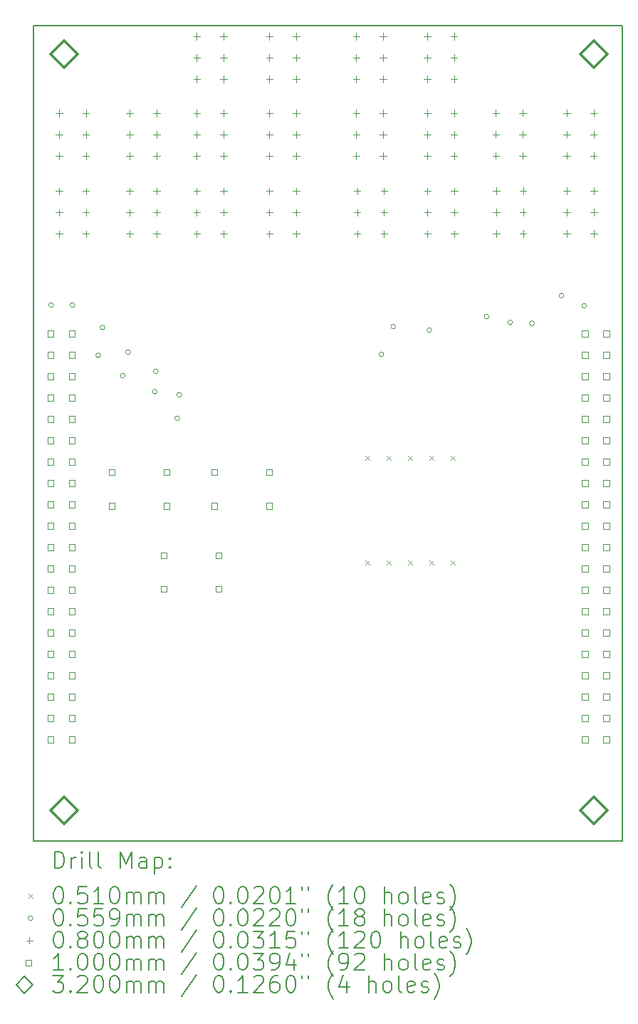
<source format=gbr>
%FSLAX45Y45*%
G04 Gerber Fmt 4.5, Leading zero omitted, Abs format (unit mm)*
G04 Created by KiCad (PCBNEW (6.0.2)) date 2022-03-31 22:04:26*
%MOMM*%
%LPD*%
G01*
G04 APERTURE LIST*
%TA.AperFunction,Profile*%
%ADD10C,0.200000*%
%TD*%
%ADD11C,0.200000*%
%ADD12C,0.051000*%
%ADD13C,0.055880*%
%ADD14C,0.080000*%
%ADD15C,0.100000*%
%ADD16C,0.320000*%
G04 APERTURE END LIST*
D10*
X16965818Y-5298035D02*
X16965818Y-14998294D01*
X9965578Y-14998294D02*
X9965578Y-5298035D01*
X16965818Y-14998294D02*
X9965578Y-14998294D01*
X9965578Y-5298035D02*
X16965818Y-5298035D01*
D11*
D12*
X13906400Y-10411200D02*
X13957400Y-10462200D01*
X13957400Y-10411200D02*
X13906400Y-10462200D01*
X13906400Y-11661200D02*
X13957400Y-11712200D01*
X13957400Y-11661200D02*
X13906400Y-11712200D01*
X14160400Y-10411200D02*
X14211400Y-10462200D01*
X14211400Y-10411200D02*
X14160400Y-10462200D01*
X14160400Y-11661200D02*
X14211400Y-11712200D01*
X14211400Y-11661200D02*
X14160400Y-11712200D01*
X14414400Y-10411200D02*
X14465400Y-10462200D01*
X14465400Y-10411200D02*
X14414400Y-10462200D01*
X14414400Y-11661200D02*
X14465400Y-11712200D01*
X14465400Y-11661200D02*
X14414400Y-11712200D01*
X14668400Y-10411200D02*
X14719400Y-10462200D01*
X14719400Y-10411200D02*
X14668400Y-10462200D01*
X14668400Y-11661200D02*
X14719400Y-11712200D01*
X14719400Y-11661200D02*
X14668400Y-11712200D01*
X14922400Y-10411200D02*
X14973400Y-10462200D01*
X14973400Y-10411200D02*
X14922400Y-10462200D01*
X14922400Y-11661200D02*
X14973400Y-11712200D01*
X14973400Y-11661200D02*
X14922400Y-11712200D01*
D13*
X10200640Y-8623300D02*
G75*
G03*
X10200640Y-8623300I-27940J0D01*
G01*
X10454640Y-8623300D02*
G75*
G03*
X10454640Y-8623300I-27940J0D01*
G01*
X10759440Y-9220200D02*
G75*
G03*
X10759440Y-9220200I-27940J0D01*
G01*
X10810240Y-8890000D02*
G75*
G03*
X10810240Y-8890000I-27940J0D01*
G01*
X11051540Y-9461500D02*
G75*
G03*
X11051540Y-9461500I-27940J0D01*
G01*
X11115040Y-9182100D02*
G75*
G03*
X11115040Y-9182100I-27940J0D01*
G01*
X11432540Y-9652000D02*
G75*
G03*
X11432540Y-9652000I-27940J0D01*
G01*
X11445240Y-9410700D02*
G75*
G03*
X11445240Y-9410700I-27940J0D01*
G01*
X11699240Y-9969500D02*
G75*
G03*
X11699240Y-9969500I-27940J0D01*
G01*
X11724640Y-9690100D02*
G75*
G03*
X11724640Y-9690100I-27940J0D01*
G01*
X14127940Y-9210000D02*
G75*
G03*
X14127940Y-9210000I-27940J0D01*
G01*
X14267940Y-8880000D02*
G75*
G03*
X14267940Y-8880000I-27940J0D01*
G01*
X14697940Y-8920000D02*
G75*
G03*
X14697940Y-8920000I-27940J0D01*
G01*
X15377940Y-8760000D02*
G75*
G03*
X15377940Y-8760000I-27940J0D01*
G01*
X15657940Y-8830000D02*
G75*
G03*
X15657940Y-8830000I-27940J0D01*
G01*
X15917940Y-8840000D02*
G75*
G03*
X15917940Y-8840000I-27940J0D01*
G01*
X16267940Y-8510000D02*
G75*
G03*
X16267940Y-8510000I-27940J0D01*
G01*
X16537940Y-8630000D02*
G75*
G03*
X16537940Y-8630000I-27940J0D01*
G01*
D14*
X10267064Y-6303396D02*
X10267064Y-6383396D01*
X10227064Y-6343396D02*
X10307064Y-6343396D01*
X10267064Y-6557396D02*
X10267064Y-6637396D01*
X10227064Y-6597396D02*
X10307064Y-6597396D01*
X10267064Y-6811396D02*
X10267064Y-6891396D01*
X10227064Y-6851396D02*
X10307064Y-6851396D01*
X10267064Y-7227956D02*
X10267064Y-7307956D01*
X10227064Y-7267956D02*
X10307064Y-7267956D01*
X10267064Y-7481956D02*
X10267064Y-7561956D01*
X10227064Y-7521956D02*
X10307064Y-7521956D01*
X10267064Y-7735956D02*
X10267064Y-7815956D01*
X10227064Y-7775956D02*
X10307064Y-7775956D01*
X10586342Y-6303396D02*
X10586342Y-6383396D01*
X10546342Y-6343396D02*
X10626342Y-6343396D01*
X10586342Y-6557396D02*
X10586342Y-6637396D01*
X10546342Y-6597396D02*
X10626342Y-6597396D01*
X10586342Y-6811396D02*
X10586342Y-6891396D01*
X10546342Y-6851396D02*
X10626342Y-6851396D01*
X10586342Y-7227956D02*
X10586342Y-7307956D01*
X10546342Y-7267956D02*
X10626342Y-7267956D01*
X10586342Y-7481956D02*
X10586342Y-7561956D01*
X10546342Y-7521956D02*
X10626342Y-7521956D01*
X10586342Y-7735956D02*
X10586342Y-7815956D01*
X10546342Y-7775956D02*
X10626342Y-7775956D01*
X11106280Y-6303396D02*
X11106280Y-6383396D01*
X11066280Y-6343396D02*
X11146280Y-6343396D01*
X11106280Y-6557396D02*
X11106280Y-6637396D01*
X11066280Y-6597396D02*
X11146280Y-6597396D01*
X11106280Y-6811396D02*
X11106280Y-6891396D01*
X11066280Y-6851396D02*
X11146280Y-6851396D01*
X11106280Y-7227956D02*
X11106280Y-7307956D01*
X11066280Y-7267956D02*
X11146280Y-7267956D01*
X11106280Y-7481956D02*
X11106280Y-7561956D01*
X11066280Y-7521956D02*
X11146280Y-7521956D01*
X11106280Y-7735956D02*
X11106280Y-7815956D01*
X11066280Y-7775956D02*
X11146280Y-7775956D01*
X11425558Y-6303396D02*
X11425558Y-6383396D01*
X11385558Y-6343396D02*
X11465558Y-6343396D01*
X11425558Y-6557396D02*
X11425558Y-6637396D01*
X11385558Y-6597396D02*
X11465558Y-6597396D01*
X11425558Y-6811396D02*
X11425558Y-6891396D01*
X11385558Y-6851396D02*
X11465558Y-6851396D01*
X11425558Y-7227956D02*
X11425558Y-7307956D01*
X11385558Y-7267956D02*
X11465558Y-7267956D01*
X11425558Y-7481956D02*
X11425558Y-7561956D01*
X11385558Y-7521956D02*
X11465558Y-7521956D01*
X11425558Y-7735956D02*
X11425558Y-7815956D01*
X11385558Y-7775956D02*
X11465558Y-7775956D01*
X11903586Y-5388996D02*
X11903586Y-5468996D01*
X11863586Y-5428996D02*
X11943586Y-5428996D01*
X11903586Y-5642996D02*
X11903586Y-5722996D01*
X11863586Y-5682996D02*
X11943586Y-5682996D01*
X11903586Y-5896996D02*
X11903586Y-5976996D01*
X11863586Y-5936996D02*
X11943586Y-5936996D01*
X11903586Y-6303396D02*
X11903586Y-6383396D01*
X11863586Y-6343396D02*
X11943586Y-6343396D01*
X11903586Y-6557396D02*
X11903586Y-6637396D01*
X11863586Y-6597396D02*
X11943586Y-6597396D01*
X11903586Y-6811396D02*
X11903586Y-6891396D01*
X11863586Y-6851396D02*
X11943586Y-6851396D01*
X11903586Y-7227956D02*
X11903586Y-7307956D01*
X11863586Y-7267956D02*
X11943586Y-7267956D01*
X11903586Y-7481956D02*
X11903586Y-7561956D01*
X11863586Y-7521956D02*
X11943586Y-7521956D01*
X11903586Y-7735956D02*
X11903586Y-7815956D01*
X11863586Y-7775956D02*
X11943586Y-7775956D01*
X12222864Y-5388996D02*
X12222864Y-5468996D01*
X12182864Y-5428996D02*
X12262864Y-5428996D01*
X12222864Y-5642996D02*
X12222864Y-5722996D01*
X12182864Y-5682996D02*
X12262864Y-5682996D01*
X12222864Y-5896996D02*
X12222864Y-5976996D01*
X12182864Y-5936996D02*
X12262864Y-5936996D01*
X12222864Y-6303396D02*
X12222864Y-6383396D01*
X12182864Y-6343396D02*
X12262864Y-6343396D01*
X12222864Y-6557396D02*
X12222864Y-6637396D01*
X12182864Y-6597396D02*
X12262864Y-6597396D01*
X12222864Y-6811396D02*
X12222864Y-6891396D01*
X12182864Y-6851396D02*
X12262864Y-6851396D01*
X12222864Y-7227956D02*
X12222864Y-7307956D01*
X12182864Y-7267956D02*
X12262864Y-7267956D01*
X12222864Y-7481956D02*
X12222864Y-7561956D01*
X12182864Y-7521956D02*
X12262864Y-7521956D01*
X12222864Y-7735956D02*
X12222864Y-7815956D01*
X12182864Y-7775956D02*
X12262864Y-7775956D01*
X12768202Y-5388996D02*
X12768202Y-5468996D01*
X12728202Y-5428996D02*
X12808202Y-5428996D01*
X12768202Y-5642996D02*
X12768202Y-5722996D01*
X12728202Y-5682996D02*
X12808202Y-5682996D01*
X12768202Y-5896996D02*
X12768202Y-5976996D01*
X12728202Y-5936996D02*
X12808202Y-5936996D01*
X12768202Y-6303396D02*
X12768202Y-6383396D01*
X12728202Y-6343396D02*
X12808202Y-6343396D01*
X12768202Y-6557396D02*
X12768202Y-6637396D01*
X12728202Y-6597396D02*
X12808202Y-6597396D01*
X12768202Y-6811396D02*
X12768202Y-6891396D01*
X12728202Y-6851396D02*
X12808202Y-6851396D01*
X12768202Y-7227956D02*
X12768202Y-7307956D01*
X12728202Y-7267956D02*
X12808202Y-7267956D01*
X12768202Y-7481956D02*
X12768202Y-7561956D01*
X12728202Y-7521956D02*
X12808202Y-7521956D01*
X12768202Y-7735956D02*
X12768202Y-7815956D01*
X12728202Y-7775956D02*
X12808202Y-7775956D01*
X13087480Y-5388996D02*
X13087480Y-5468996D01*
X13047480Y-5428996D02*
X13127480Y-5428996D01*
X13087480Y-5642996D02*
X13087480Y-5722996D01*
X13047480Y-5682996D02*
X13127480Y-5682996D01*
X13087480Y-5896996D02*
X13087480Y-5976996D01*
X13047480Y-5936996D02*
X13127480Y-5936996D01*
X13087480Y-6303396D02*
X13087480Y-6383396D01*
X13047480Y-6343396D02*
X13127480Y-6343396D01*
X13087480Y-6557396D02*
X13087480Y-6637396D01*
X13047480Y-6597396D02*
X13127480Y-6597396D01*
X13087480Y-6811396D02*
X13087480Y-6891396D01*
X13047480Y-6851396D02*
X13127480Y-6851396D01*
X13087480Y-7227956D02*
X13087480Y-7307956D01*
X13047480Y-7267956D02*
X13127480Y-7267956D01*
X13087480Y-7481956D02*
X13087480Y-7561956D01*
X13047480Y-7521956D02*
X13127480Y-7521956D01*
X13087480Y-7735956D02*
X13087480Y-7815956D01*
X13047480Y-7775956D02*
X13127480Y-7775956D01*
X13801474Y-5388996D02*
X13801474Y-5468996D01*
X13761474Y-5428996D02*
X13841474Y-5428996D01*
X13801474Y-5642996D02*
X13801474Y-5722996D01*
X13761474Y-5682996D02*
X13841474Y-5682996D01*
X13801474Y-5896996D02*
X13801474Y-5976996D01*
X13761474Y-5936996D02*
X13841474Y-5936996D01*
X13801474Y-6303396D02*
X13801474Y-6383396D01*
X13761474Y-6343396D02*
X13841474Y-6343396D01*
X13801474Y-6557396D02*
X13801474Y-6637396D01*
X13761474Y-6597396D02*
X13841474Y-6597396D01*
X13801474Y-6811396D02*
X13801474Y-6891396D01*
X13761474Y-6851396D02*
X13841474Y-6851396D01*
X13811126Y-7227956D02*
X13811126Y-7307956D01*
X13771126Y-7267956D02*
X13851126Y-7267956D01*
X13811126Y-7481956D02*
X13811126Y-7561956D01*
X13771126Y-7521956D02*
X13851126Y-7521956D01*
X13811126Y-7735956D02*
X13811126Y-7815956D01*
X13771126Y-7775956D02*
X13851126Y-7775956D01*
X14120752Y-5388996D02*
X14120752Y-5468996D01*
X14080752Y-5428996D02*
X14160752Y-5428996D01*
X14120752Y-5642996D02*
X14120752Y-5722996D01*
X14080752Y-5682996D02*
X14160752Y-5682996D01*
X14120752Y-5896996D02*
X14120752Y-5976996D01*
X14080752Y-5936996D02*
X14160752Y-5936996D01*
X14120752Y-6303396D02*
X14120752Y-6383396D01*
X14080752Y-6343396D02*
X14160752Y-6343396D01*
X14120752Y-6557396D02*
X14120752Y-6637396D01*
X14080752Y-6597396D02*
X14160752Y-6597396D01*
X14120752Y-6811396D02*
X14120752Y-6891396D01*
X14080752Y-6851396D02*
X14160752Y-6851396D01*
X14130404Y-7227956D02*
X14130404Y-7307956D01*
X14090404Y-7267956D02*
X14170404Y-7267956D01*
X14130404Y-7481956D02*
X14130404Y-7561956D01*
X14090404Y-7521956D02*
X14170404Y-7521956D01*
X14130404Y-7735956D02*
X14130404Y-7815956D01*
X14090404Y-7775956D02*
X14170404Y-7775956D01*
X14643230Y-5388996D02*
X14643230Y-5468996D01*
X14603230Y-5428996D02*
X14683230Y-5428996D01*
X14643230Y-5642996D02*
X14643230Y-5722996D01*
X14603230Y-5682996D02*
X14683230Y-5682996D01*
X14643230Y-5896996D02*
X14643230Y-5976996D01*
X14603230Y-5936996D02*
X14683230Y-5936996D01*
X14643230Y-6303396D02*
X14643230Y-6383396D01*
X14603230Y-6343396D02*
X14683230Y-6343396D01*
X14643230Y-6557396D02*
X14643230Y-6637396D01*
X14603230Y-6597396D02*
X14683230Y-6597396D01*
X14643230Y-6811396D02*
X14643230Y-6891396D01*
X14603230Y-6851396D02*
X14683230Y-6851396D01*
X14647802Y-7227956D02*
X14647802Y-7307956D01*
X14607802Y-7267956D02*
X14687802Y-7267956D01*
X14647802Y-7481956D02*
X14647802Y-7561956D01*
X14607802Y-7521956D02*
X14687802Y-7521956D01*
X14647802Y-7735956D02*
X14647802Y-7815956D01*
X14607802Y-7775956D02*
X14687802Y-7775956D01*
X14962508Y-5388996D02*
X14962508Y-5468996D01*
X14922508Y-5428996D02*
X15002508Y-5428996D01*
X14962508Y-5642996D02*
X14962508Y-5722996D01*
X14922508Y-5682996D02*
X15002508Y-5682996D01*
X14962508Y-5896996D02*
X14962508Y-5976996D01*
X14922508Y-5936996D02*
X15002508Y-5936996D01*
X14962508Y-6303396D02*
X14962508Y-6383396D01*
X14922508Y-6343396D02*
X15002508Y-6343396D01*
X14962508Y-6557396D02*
X14962508Y-6637396D01*
X14922508Y-6597396D02*
X15002508Y-6597396D01*
X14962508Y-6811396D02*
X14962508Y-6891396D01*
X14922508Y-6851396D02*
X15002508Y-6851396D01*
X14967080Y-7227956D02*
X14967080Y-7307956D01*
X14927080Y-7267956D02*
X15007080Y-7267956D01*
X14967080Y-7481956D02*
X14967080Y-7561956D01*
X14927080Y-7521956D02*
X15007080Y-7521956D01*
X14967080Y-7735956D02*
X14967080Y-7815956D01*
X14927080Y-7775956D02*
X15007080Y-7775956D01*
X15460602Y-6299840D02*
X15460602Y-6379840D01*
X15420602Y-6339840D02*
X15500602Y-6339840D01*
X15460602Y-6553840D02*
X15460602Y-6633840D01*
X15420602Y-6593840D02*
X15500602Y-6593840D01*
X15460602Y-6807840D02*
X15460602Y-6887840D01*
X15420602Y-6847840D02*
X15500602Y-6847840D01*
X15466190Y-7224400D02*
X15466190Y-7304400D01*
X15426190Y-7264400D02*
X15506190Y-7264400D01*
X15466190Y-7478400D02*
X15466190Y-7558400D01*
X15426190Y-7518400D02*
X15506190Y-7518400D01*
X15466190Y-7732400D02*
X15466190Y-7812400D01*
X15426190Y-7772400D02*
X15506190Y-7772400D01*
X15779880Y-6299840D02*
X15779880Y-6379840D01*
X15739880Y-6339840D02*
X15819880Y-6339840D01*
X15779880Y-6553840D02*
X15779880Y-6633840D01*
X15739880Y-6593840D02*
X15819880Y-6593840D01*
X15779880Y-6807840D02*
X15779880Y-6887840D01*
X15739880Y-6847840D02*
X15819880Y-6847840D01*
X15785468Y-7224400D02*
X15785468Y-7304400D01*
X15745468Y-7264400D02*
X15825468Y-7264400D01*
X15785468Y-7478400D02*
X15785468Y-7558400D01*
X15745468Y-7518400D02*
X15825468Y-7518400D01*
X15785468Y-7732400D02*
X15785468Y-7812400D01*
X15745468Y-7772400D02*
X15825468Y-7772400D01*
X16302612Y-6299840D02*
X16302612Y-6379840D01*
X16262612Y-6339840D02*
X16342612Y-6339840D01*
X16302612Y-6553840D02*
X16302612Y-6633840D01*
X16262612Y-6593840D02*
X16342612Y-6593840D01*
X16302612Y-6807840D02*
X16302612Y-6887840D01*
X16262612Y-6847840D02*
X16342612Y-6847840D01*
X16305406Y-7224400D02*
X16305406Y-7304400D01*
X16265406Y-7264400D02*
X16345406Y-7264400D01*
X16305406Y-7478400D02*
X16305406Y-7558400D01*
X16265406Y-7518400D02*
X16345406Y-7518400D01*
X16305406Y-7732400D02*
X16305406Y-7812400D01*
X16265406Y-7772400D02*
X16345406Y-7772400D01*
X16621890Y-6299840D02*
X16621890Y-6379840D01*
X16581890Y-6339840D02*
X16661890Y-6339840D01*
X16621890Y-6553840D02*
X16621890Y-6633840D01*
X16581890Y-6593840D02*
X16661890Y-6593840D01*
X16621890Y-6807840D02*
X16621890Y-6887840D01*
X16581890Y-6847840D02*
X16661890Y-6847840D01*
X16624684Y-7224400D02*
X16624684Y-7304400D01*
X16584684Y-7264400D02*
X16664684Y-7264400D01*
X16624684Y-7478400D02*
X16624684Y-7558400D01*
X16584684Y-7518400D02*
X16664684Y-7518400D01*
X16624684Y-7732400D02*
X16624684Y-7812400D01*
X16584684Y-7772400D02*
X16664684Y-7772400D01*
D15*
X10202976Y-8997746D02*
X10202976Y-8927034D01*
X10132264Y-8927034D01*
X10132264Y-8997746D01*
X10202976Y-8997746D01*
X10202976Y-9251746D02*
X10202976Y-9181034D01*
X10132264Y-9181034D01*
X10132264Y-9251746D01*
X10202976Y-9251746D01*
X10202976Y-9505746D02*
X10202976Y-9435034D01*
X10132264Y-9435034D01*
X10132264Y-9505746D01*
X10202976Y-9505746D01*
X10202976Y-9759746D02*
X10202976Y-9689034D01*
X10132264Y-9689034D01*
X10132264Y-9759746D01*
X10202976Y-9759746D01*
X10202976Y-10013746D02*
X10202976Y-9943034D01*
X10132264Y-9943034D01*
X10132264Y-10013746D01*
X10202976Y-10013746D01*
X10202976Y-10267746D02*
X10202976Y-10197034D01*
X10132264Y-10197034D01*
X10132264Y-10267746D01*
X10202976Y-10267746D01*
X10202976Y-10521746D02*
X10202976Y-10451034D01*
X10132264Y-10451034D01*
X10132264Y-10521746D01*
X10202976Y-10521746D01*
X10202976Y-10775746D02*
X10202976Y-10705034D01*
X10132264Y-10705034D01*
X10132264Y-10775746D01*
X10202976Y-10775746D01*
X10202976Y-11029746D02*
X10202976Y-10959034D01*
X10132264Y-10959034D01*
X10132264Y-11029746D01*
X10202976Y-11029746D01*
X10202976Y-11283746D02*
X10202976Y-11213034D01*
X10132264Y-11213034D01*
X10132264Y-11283746D01*
X10202976Y-11283746D01*
X10202976Y-11537746D02*
X10202976Y-11467034D01*
X10132264Y-11467034D01*
X10132264Y-11537746D01*
X10202976Y-11537746D01*
X10202976Y-11791746D02*
X10202976Y-11721034D01*
X10132264Y-11721034D01*
X10132264Y-11791746D01*
X10202976Y-11791746D01*
X10202976Y-12045746D02*
X10202976Y-11975034D01*
X10132264Y-11975034D01*
X10132264Y-12045746D01*
X10202976Y-12045746D01*
X10202976Y-12299746D02*
X10202976Y-12229034D01*
X10132264Y-12229034D01*
X10132264Y-12299746D01*
X10202976Y-12299746D01*
X10202976Y-12553746D02*
X10202976Y-12483034D01*
X10132264Y-12483034D01*
X10132264Y-12553746D01*
X10202976Y-12553746D01*
X10202976Y-12807746D02*
X10202976Y-12737034D01*
X10132264Y-12737034D01*
X10132264Y-12807746D01*
X10202976Y-12807746D01*
X10202976Y-13061746D02*
X10202976Y-12991034D01*
X10132264Y-12991034D01*
X10132264Y-13061746D01*
X10202976Y-13061746D01*
X10202976Y-13315746D02*
X10202976Y-13245034D01*
X10132264Y-13245034D01*
X10132264Y-13315746D01*
X10202976Y-13315746D01*
X10202976Y-13569746D02*
X10202976Y-13499034D01*
X10132264Y-13499034D01*
X10132264Y-13569746D01*
X10202976Y-13569746D01*
X10202976Y-13823746D02*
X10202976Y-13753034D01*
X10132264Y-13753034D01*
X10132264Y-13823746D01*
X10202976Y-13823746D01*
X10456976Y-8997746D02*
X10456976Y-8927034D01*
X10386264Y-8927034D01*
X10386264Y-8997746D01*
X10456976Y-8997746D01*
X10456976Y-9251746D02*
X10456976Y-9181034D01*
X10386264Y-9181034D01*
X10386264Y-9251746D01*
X10456976Y-9251746D01*
X10456976Y-9505746D02*
X10456976Y-9435034D01*
X10386264Y-9435034D01*
X10386264Y-9505746D01*
X10456976Y-9505746D01*
X10456976Y-9759746D02*
X10456976Y-9689034D01*
X10386264Y-9689034D01*
X10386264Y-9759746D01*
X10456976Y-9759746D01*
X10456976Y-10013746D02*
X10456976Y-9943034D01*
X10386264Y-9943034D01*
X10386264Y-10013746D01*
X10456976Y-10013746D01*
X10456976Y-10267746D02*
X10456976Y-10197034D01*
X10386264Y-10197034D01*
X10386264Y-10267746D01*
X10456976Y-10267746D01*
X10456976Y-10521746D02*
X10456976Y-10451034D01*
X10386264Y-10451034D01*
X10386264Y-10521746D01*
X10456976Y-10521746D01*
X10456976Y-10775746D02*
X10456976Y-10705034D01*
X10386264Y-10705034D01*
X10386264Y-10775746D01*
X10456976Y-10775746D01*
X10456976Y-11029746D02*
X10456976Y-10959034D01*
X10386264Y-10959034D01*
X10386264Y-11029746D01*
X10456976Y-11029746D01*
X10456976Y-11283746D02*
X10456976Y-11213034D01*
X10386264Y-11213034D01*
X10386264Y-11283746D01*
X10456976Y-11283746D01*
X10456976Y-11537746D02*
X10456976Y-11467034D01*
X10386264Y-11467034D01*
X10386264Y-11537746D01*
X10456976Y-11537746D01*
X10456976Y-11791746D02*
X10456976Y-11721034D01*
X10386264Y-11721034D01*
X10386264Y-11791746D01*
X10456976Y-11791746D01*
X10456976Y-12045746D02*
X10456976Y-11975034D01*
X10386264Y-11975034D01*
X10386264Y-12045746D01*
X10456976Y-12045746D01*
X10456976Y-12299746D02*
X10456976Y-12229034D01*
X10386264Y-12229034D01*
X10386264Y-12299746D01*
X10456976Y-12299746D01*
X10456976Y-12553746D02*
X10456976Y-12483034D01*
X10386264Y-12483034D01*
X10386264Y-12553746D01*
X10456976Y-12553746D01*
X10456976Y-12807746D02*
X10456976Y-12737034D01*
X10386264Y-12737034D01*
X10386264Y-12807746D01*
X10456976Y-12807746D01*
X10456976Y-13061746D02*
X10456976Y-12991034D01*
X10386264Y-12991034D01*
X10386264Y-13061746D01*
X10456976Y-13061746D01*
X10456976Y-13315746D02*
X10456976Y-13245034D01*
X10386264Y-13245034D01*
X10386264Y-13315746D01*
X10456976Y-13315746D01*
X10456976Y-13569746D02*
X10456976Y-13499034D01*
X10386264Y-13499034D01*
X10386264Y-13569746D01*
X10456976Y-13569746D01*
X10456976Y-13823746D02*
X10456976Y-13753034D01*
X10386264Y-13753034D01*
X10386264Y-13823746D01*
X10456976Y-13823746D01*
X10929656Y-10646256D02*
X10929656Y-10575544D01*
X10858944Y-10575544D01*
X10858944Y-10646256D01*
X10929656Y-10646256D01*
X10929656Y-11046256D02*
X10929656Y-10975544D01*
X10858944Y-10975544D01*
X10858944Y-11046256D01*
X10929656Y-11046256D01*
X11546756Y-11633656D02*
X11546756Y-11562944D01*
X11476044Y-11562944D01*
X11476044Y-11633656D01*
X11546756Y-11633656D01*
X11546756Y-12033656D02*
X11546756Y-11962944D01*
X11476044Y-11962944D01*
X11476044Y-12033656D01*
X11546756Y-12033656D01*
X11579656Y-10646256D02*
X11579656Y-10575544D01*
X11508944Y-10575544D01*
X11508944Y-10646256D01*
X11579656Y-10646256D01*
X11579656Y-11046256D02*
X11579656Y-10975544D01*
X11508944Y-10975544D01*
X11508944Y-11046256D01*
X11579656Y-11046256D01*
X12148856Y-10646256D02*
X12148856Y-10575544D01*
X12078144Y-10575544D01*
X12078144Y-10646256D01*
X12148856Y-10646256D01*
X12148856Y-11046256D02*
X12148856Y-10975544D01*
X12078144Y-10975544D01*
X12078144Y-11046256D01*
X12148856Y-11046256D01*
X12196756Y-11633656D02*
X12196756Y-11562944D01*
X12126044Y-11562944D01*
X12126044Y-11633656D01*
X12196756Y-11633656D01*
X12196756Y-12033656D02*
X12196756Y-11962944D01*
X12126044Y-11962944D01*
X12126044Y-12033656D01*
X12196756Y-12033656D01*
X12798856Y-10646256D02*
X12798856Y-10575544D01*
X12728144Y-10575544D01*
X12728144Y-10646256D01*
X12798856Y-10646256D01*
X12798856Y-11046256D02*
X12798856Y-10975544D01*
X12728144Y-10975544D01*
X12728144Y-11046256D01*
X12798856Y-11046256D01*
X16554246Y-8997746D02*
X16554246Y-8927034D01*
X16483534Y-8927034D01*
X16483534Y-8997746D01*
X16554246Y-8997746D01*
X16554246Y-9251746D02*
X16554246Y-9181034D01*
X16483534Y-9181034D01*
X16483534Y-9251746D01*
X16554246Y-9251746D01*
X16554246Y-9505746D02*
X16554246Y-9435034D01*
X16483534Y-9435034D01*
X16483534Y-9505746D01*
X16554246Y-9505746D01*
X16554246Y-9759746D02*
X16554246Y-9689034D01*
X16483534Y-9689034D01*
X16483534Y-9759746D01*
X16554246Y-9759746D01*
X16554246Y-10013746D02*
X16554246Y-9943034D01*
X16483534Y-9943034D01*
X16483534Y-10013746D01*
X16554246Y-10013746D01*
X16554246Y-10267746D02*
X16554246Y-10197034D01*
X16483534Y-10197034D01*
X16483534Y-10267746D01*
X16554246Y-10267746D01*
X16554246Y-10521746D02*
X16554246Y-10451034D01*
X16483534Y-10451034D01*
X16483534Y-10521746D01*
X16554246Y-10521746D01*
X16554246Y-10775746D02*
X16554246Y-10705034D01*
X16483534Y-10705034D01*
X16483534Y-10775746D01*
X16554246Y-10775746D01*
X16554246Y-11029746D02*
X16554246Y-10959034D01*
X16483534Y-10959034D01*
X16483534Y-11029746D01*
X16554246Y-11029746D01*
X16554246Y-11283746D02*
X16554246Y-11213034D01*
X16483534Y-11213034D01*
X16483534Y-11283746D01*
X16554246Y-11283746D01*
X16554246Y-11537746D02*
X16554246Y-11467034D01*
X16483534Y-11467034D01*
X16483534Y-11537746D01*
X16554246Y-11537746D01*
X16554246Y-11791746D02*
X16554246Y-11721034D01*
X16483534Y-11721034D01*
X16483534Y-11791746D01*
X16554246Y-11791746D01*
X16554246Y-12045746D02*
X16554246Y-11975034D01*
X16483534Y-11975034D01*
X16483534Y-12045746D01*
X16554246Y-12045746D01*
X16554246Y-12299746D02*
X16554246Y-12229034D01*
X16483534Y-12229034D01*
X16483534Y-12299746D01*
X16554246Y-12299746D01*
X16554246Y-12553746D02*
X16554246Y-12483034D01*
X16483534Y-12483034D01*
X16483534Y-12553746D01*
X16554246Y-12553746D01*
X16554246Y-12807746D02*
X16554246Y-12737034D01*
X16483534Y-12737034D01*
X16483534Y-12807746D01*
X16554246Y-12807746D01*
X16554246Y-13061746D02*
X16554246Y-12991034D01*
X16483534Y-12991034D01*
X16483534Y-13061746D01*
X16554246Y-13061746D01*
X16554246Y-13315746D02*
X16554246Y-13245034D01*
X16483534Y-13245034D01*
X16483534Y-13315746D01*
X16554246Y-13315746D01*
X16554246Y-13569746D02*
X16554246Y-13499034D01*
X16483534Y-13499034D01*
X16483534Y-13569746D01*
X16554246Y-13569746D01*
X16554246Y-13823746D02*
X16554246Y-13753034D01*
X16483534Y-13753034D01*
X16483534Y-13823746D01*
X16554246Y-13823746D01*
X16808246Y-8997746D02*
X16808246Y-8927034D01*
X16737534Y-8927034D01*
X16737534Y-8997746D01*
X16808246Y-8997746D01*
X16808246Y-9251746D02*
X16808246Y-9181034D01*
X16737534Y-9181034D01*
X16737534Y-9251746D01*
X16808246Y-9251746D01*
X16808246Y-9505746D02*
X16808246Y-9435034D01*
X16737534Y-9435034D01*
X16737534Y-9505746D01*
X16808246Y-9505746D01*
X16808246Y-9759746D02*
X16808246Y-9689034D01*
X16737534Y-9689034D01*
X16737534Y-9759746D01*
X16808246Y-9759746D01*
X16808246Y-10013746D02*
X16808246Y-9943034D01*
X16737534Y-9943034D01*
X16737534Y-10013746D01*
X16808246Y-10013746D01*
X16808246Y-10267746D02*
X16808246Y-10197034D01*
X16737534Y-10197034D01*
X16737534Y-10267746D01*
X16808246Y-10267746D01*
X16808246Y-10521746D02*
X16808246Y-10451034D01*
X16737534Y-10451034D01*
X16737534Y-10521746D01*
X16808246Y-10521746D01*
X16808246Y-10775746D02*
X16808246Y-10705034D01*
X16737534Y-10705034D01*
X16737534Y-10775746D01*
X16808246Y-10775746D01*
X16808246Y-11029746D02*
X16808246Y-10959034D01*
X16737534Y-10959034D01*
X16737534Y-11029746D01*
X16808246Y-11029746D01*
X16808246Y-11283746D02*
X16808246Y-11213034D01*
X16737534Y-11213034D01*
X16737534Y-11283746D01*
X16808246Y-11283746D01*
X16808246Y-11537746D02*
X16808246Y-11467034D01*
X16737534Y-11467034D01*
X16737534Y-11537746D01*
X16808246Y-11537746D01*
X16808246Y-11791746D02*
X16808246Y-11721034D01*
X16737534Y-11721034D01*
X16737534Y-11791746D01*
X16808246Y-11791746D01*
X16808246Y-12045746D02*
X16808246Y-11975034D01*
X16737534Y-11975034D01*
X16737534Y-12045746D01*
X16808246Y-12045746D01*
X16808246Y-12299746D02*
X16808246Y-12229034D01*
X16737534Y-12229034D01*
X16737534Y-12299746D01*
X16808246Y-12299746D01*
X16808246Y-12553746D02*
X16808246Y-12483034D01*
X16737534Y-12483034D01*
X16737534Y-12553746D01*
X16808246Y-12553746D01*
X16808246Y-12807746D02*
X16808246Y-12737034D01*
X16737534Y-12737034D01*
X16737534Y-12807746D01*
X16808246Y-12807746D01*
X16808246Y-13061746D02*
X16808246Y-12991034D01*
X16737534Y-12991034D01*
X16737534Y-13061746D01*
X16808246Y-13061746D01*
X16808246Y-13315746D02*
X16808246Y-13245034D01*
X16737534Y-13245034D01*
X16737534Y-13315746D01*
X16808246Y-13315746D01*
X16808246Y-13569746D02*
X16808246Y-13499034D01*
X16737534Y-13499034D01*
X16737534Y-13569746D01*
X16808246Y-13569746D01*
X16808246Y-13823746D02*
X16808246Y-13753034D01*
X16737534Y-13753034D01*
X16737534Y-13823746D01*
X16808246Y-13823746D01*
D16*
X10325100Y-5797530D02*
X10485100Y-5637530D01*
X10325100Y-5477530D01*
X10165100Y-5637530D01*
X10325100Y-5797530D01*
X10325100Y-14789130D02*
X10485100Y-14629130D01*
X10325100Y-14469130D01*
X10165100Y-14629130D01*
X10325100Y-14789130D01*
X16624300Y-5798800D02*
X16784300Y-5638800D01*
X16624300Y-5478800D01*
X16464300Y-5638800D01*
X16624300Y-5798800D01*
X16626840Y-14789130D02*
X16786840Y-14629130D01*
X16626840Y-14469130D01*
X16466840Y-14629130D01*
X16626840Y-14789130D01*
D11*
X10213197Y-15318771D02*
X10213197Y-15118771D01*
X10260816Y-15118771D01*
X10289388Y-15128294D01*
X10308435Y-15147342D01*
X10317959Y-15166390D01*
X10327483Y-15204485D01*
X10327483Y-15233056D01*
X10317959Y-15271152D01*
X10308435Y-15290199D01*
X10289388Y-15309247D01*
X10260816Y-15318771D01*
X10213197Y-15318771D01*
X10413197Y-15318771D02*
X10413197Y-15185437D01*
X10413197Y-15223532D02*
X10422721Y-15204485D01*
X10432245Y-15194961D01*
X10451292Y-15185437D01*
X10470340Y-15185437D01*
X10537007Y-15318771D02*
X10537007Y-15185437D01*
X10537007Y-15118771D02*
X10527483Y-15128294D01*
X10537007Y-15137818D01*
X10546530Y-15128294D01*
X10537007Y-15118771D01*
X10537007Y-15137818D01*
X10660816Y-15318771D02*
X10641769Y-15309247D01*
X10632245Y-15290199D01*
X10632245Y-15118771D01*
X10765578Y-15318771D02*
X10746530Y-15309247D01*
X10737007Y-15290199D01*
X10737007Y-15118771D01*
X10994150Y-15318771D02*
X10994150Y-15118771D01*
X11060816Y-15261628D01*
X11127483Y-15118771D01*
X11127483Y-15318771D01*
X11308435Y-15318771D02*
X11308435Y-15214009D01*
X11298911Y-15194961D01*
X11279864Y-15185437D01*
X11241768Y-15185437D01*
X11222721Y-15194961D01*
X11308435Y-15309247D02*
X11289388Y-15318771D01*
X11241768Y-15318771D01*
X11222721Y-15309247D01*
X11213197Y-15290199D01*
X11213197Y-15271152D01*
X11222721Y-15252104D01*
X11241768Y-15242580D01*
X11289388Y-15242580D01*
X11308435Y-15233056D01*
X11403673Y-15185437D02*
X11403673Y-15385437D01*
X11403673Y-15194961D02*
X11422721Y-15185437D01*
X11460816Y-15185437D01*
X11479864Y-15194961D01*
X11489388Y-15204485D01*
X11498911Y-15223532D01*
X11498911Y-15280675D01*
X11489388Y-15299723D01*
X11479864Y-15309247D01*
X11460816Y-15318771D01*
X11422721Y-15318771D01*
X11403673Y-15309247D01*
X11584626Y-15299723D02*
X11594149Y-15309247D01*
X11584626Y-15318771D01*
X11575102Y-15309247D01*
X11584626Y-15299723D01*
X11584626Y-15318771D01*
X11584626Y-15194961D02*
X11594149Y-15204485D01*
X11584626Y-15214009D01*
X11575102Y-15204485D01*
X11584626Y-15194961D01*
X11584626Y-15214009D01*
D12*
X9904578Y-15622794D02*
X9955578Y-15673794D01*
X9955578Y-15622794D02*
X9904578Y-15673794D01*
D11*
X10251292Y-15538771D02*
X10270340Y-15538771D01*
X10289388Y-15548294D01*
X10298911Y-15557818D01*
X10308435Y-15576866D01*
X10317959Y-15614961D01*
X10317959Y-15662580D01*
X10308435Y-15700675D01*
X10298911Y-15719723D01*
X10289388Y-15729247D01*
X10270340Y-15738771D01*
X10251292Y-15738771D01*
X10232245Y-15729247D01*
X10222721Y-15719723D01*
X10213197Y-15700675D01*
X10203673Y-15662580D01*
X10203673Y-15614961D01*
X10213197Y-15576866D01*
X10222721Y-15557818D01*
X10232245Y-15548294D01*
X10251292Y-15538771D01*
X10403673Y-15719723D02*
X10413197Y-15729247D01*
X10403673Y-15738771D01*
X10394150Y-15729247D01*
X10403673Y-15719723D01*
X10403673Y-15738771D01*
X10594150Y-15538771D02*
X10498911Y-15538771D01*
X10489388Y-15634009D01*
X10498911Y-15624485D01*
X10517959Y-15614961D01*
X10565578Y-15614961D01*
X10584626Y-15624485D01*
X10594150Y-15634009D01*
X10603673Y-15653056D01*
X10603673Y-15700675D01*
X10594150Y-15719723D01*
X10584626Y-15729247D01*
X10565578Y-15738771D01*
X10517959Y-15738771D01*
X10498911Y-15729247D01*
X10489388Y-15719723D01*
X10794150Y-15738771D02*
X10679864Y-15738771D01*
X10737007Y-15738771D02*
X10737007Y-15538771D01*
X10717959Y-15567342D01*
X10698911Y-15586390D01*
X10679864Y-15595913D01*
X10917959Y-15538771D02*
X10937007Y-15538771D01*
X10956054Y-15548294D01*
X10965578Y-15557818D01*
X10975102Y-15576866D01*
X10984626Y-15614961D01*
X10984626Y-15662580D01*
X10975102Y-15700675D01*
X10965578Y-15719723D01*
X10956054Y-15729247D01*
X10937007Y-15738771D01*
X10917959Y-15738771D01*
X10898911Y-15729247D01*
X10889388Y-15719723D01*
X10879864Y-15700675D01*
X10870340Y-15662580D01*
X10870340Y-15614961D01*
X10879864Y-15576866D01*
X10889388Y-15557818D01*
X10898911Y-15548294D01*
X10917959Y-15538771D01*
X11070340Y-15738771D02*
X11070340Y-15605437D01*
X11070340Y-15624485D02*
X11079864Y-15614961D01*
X11098911Y-15605437D01*
X11127483Y-15605437D01*
X11146530Y-15614961D01*
X11156054Y-15634009D01*
X11156054Y-15738771D01*
X11156054Y-15634009D02*
X11165578Y-15614961D01*
X11184626Y-15605437D01*
X11213197Y-15605437D01*
X11232245Y-15614961D01*
X11241768Y-15634009D01*
X11241768Y-15738771D01*
X11337007Y-15738771D02*
X11337007Y-15605437D01*
X11337007Y-15624485D02*
X11346530Y-15614961D01*
X11365578Y-15605437D01*
X11394149Y-15605437D01*
X11413197Y-15614961D01*
X11422721Y-15634009D01*
X11422721Y-15738771D01*
X11422721Y-15634009D02*
X11432245Y-15614961D01*
X11451292Y-15605437D01*
X11479864Y-15605437D01*
X11498911Y-15614961D01*
X11508435Y-15634009D01*
X11508435Y-15738771D01*
X11898911Y-15529247D02*
X11727483Y-15786390D01*
X12156054Y-15538771D02*
X12175102Y-15538771D01*
X12194149Y-15548294D01*
X12203673Y-15557818D01*
X12213197Y-15576866D01*
X12222721Y-15614961D01*
X12222721Y-15662580D01*
X12213197Y-15700675D01*
X12203673Y-15719723D01*
X12194149Y-15729247D01*
X12175102Y-15738771D01*
X12156054Y-15738771D01*
X12137007Y-15729247D01*
X12127483Y-15719723D01*
X12117959Y-15700675D01*
X12108435Y-15662580D01*
X12108435Y-15614961D01*
X12117959Y-15576866D01*
X12127483Y-15557818D01*
X12137007Y-15548294D01*
X12156054Y-15538771D01*
X12308435Y-15719723D02*
X12317959Y-15729247D01*
X12308435Y-15738771D01*
X12298911Y-15729247D01*
X12308435Y-15719723D01*
X12308435Y-15738771D01*
X12441768Y-15538771D02*
X12460816Y-15538771D01*
X12479864Y-15548294D01*
X12489388Y-15557818D01*
X12498911Y-15576866D01*
X12508435Y-15614961D01*
X12508435Y-15662580D01*
X12498911Y-15700675D01*
X12489388Y-15719723D01*
X12479864Y-15729247D01*
X12460816Y-15738771D01*
X12441768Y-15738771D01*
X12422721Y-15729247D01*
X12413197Y-15719723D01*
X12403673Y-15700675D01*
X12394149Y-15662580D01*
X12394149Y-15614961D01*
X12403673Y-15576866D01*
X12413197Y-15557818D01*
X12422721Y-15548294D01*
X12441768Y-15538771D01*
X12584626Y-15557818D02*
X12594149Y-15548294D01*
X12613197Y-15538771D01*
X12660816Y-15538771D01*
X12679864Y-15548294D01*
X12689388Y-15557818D01*
X12698911Y-15576866D01*
X12698911Y-15595913D01*
X12689388Y-15624485D01*
X12575102Y-15738771D01*
X12698911Y-15738771D01*
X12822721Y-15538771D02*
X12841768Y-15538771D01*
X12860816Y-15548294D01*
X12870340Y-15557818D01*
X12879864Y-15576866D01*
X12889388Y-15614961D01*
X12889388Y-15662580D01*
X12879864Y-15700675D01*
X12870340Y-15719723D01*
X12860816Y-15729247D01*
X12841768Y-15738771D01*
X12822721Y-15738771D01*
X12803673Y-15729247D01*
X12794149Y-15719723D01*
X12784626Y-15700675D01*
X12775102Y-15662580D01*
X12775102Y-15614961D01*
X12784626Y-15576866D01*
X12794149Y-15557818D01*
X12803673Y-15548294D01*
X12822721Y-15538771D01*
X13079864Y-15738771D02*
X12965578Y-15738771D01*
X13022721Y-15738771D02*
X13022721Y-15538771D01*
X13003673Y-15567342D01*
X12984626Y-15586390D01*
X12965578Y-15595913D01*
X13156054Y-15538771D02*
X13156054Y-15576866D01*
X13232245Y-15538771D02*
X13232245Y-15576866D01*
X13527483Y-15814961D02*
X13517959Y-15805437D01*
X13498911Y-15776866D01*
X13489388Y-15757818D01*
X13479864Y-15729247D01*
X13470340Y-15681628D01*
X13470340Y-15643532D01*
X13479864Y-15595913D01*
X13489388Y-15567342D01*
X13498911Y-15548294D01*
X13517959Y-15519723D01*
X13527483Y-15510199D01*
X13708435Y-15738771D02*
X13594149Y-15738771D01*
X13651292Y-15738771D02*
X13651292Y-15538771D01*
X13632245Y-15567342D01*
X13613197Y-15586390D01*
X13594149Y-15595913D01*
X13832245Y-15538771D02*
X13851292Y-15538771D01*
X13870340Y-15548294D01*
X13879864Y-15557818D01*
X13889388Y-15576866D01*
X13898911Y-15614961D01*
X13898911Y-15662580D01*
X13889388Y-15700675D01*
X13879864Y-15719723D01*
X13870340Y-15729247D01*
X13851292Y-15738771D01*
X13832245Y-15738771D01*
X13813197Y-15729247D01*
X13803673Y-15719723D01*
X13794149Y-15700675D01*
X13784626Y-15662580D01*
X13784626Y-15614961D01*
X13794149Y-15576866D01*
X13803673Y-15557818D01*
X13813197Y-15548294D01*
X13832245Y-15538771D01*
X14137007Y-15738771D02*
X14137007Y-15538771D01*
X14222721Y-15738771D02*
X14222721Y-15634009D01*
X14213197Y-15614961D01*
X14194149Y-15605437D01*
X14165578Y-15605437D01*
X14146530Y-15614961D01*
X14137007Y-15624485D01*
X14346530Y-15738771D02*
X14327483Y-15729247D01*
X14317959Y-15719723D01*
X14308435Y-15700675D01*
X14308435Y-15643532D01*
X14317959Y-15624485D01*
X14327483Y-15614961D01*
X14346530Y-15605437D01*
X14375102Y-15605437D01*
X14394149Y-15614961D01*
X14403673Y-15624485D01*
X14413197Y-15643532D01*
X14413197Y-15700675D01*
X14403673Y-15719723D01*
X14394149Y-15729247D01*
X14375102Y-15738771D01*
X14346530Y-15738771D01*
X14527483Y-15738771D02*
X14508435Y-15729247D01*
X14498911Y-15710199D01*
X14498911Y-15538771D01*
X14679864Y-15729247D02*
X14660816Y-15738771D01*
X14622721Y-15738771D01*
X14603673Y-15729247D01*
X14594149Y-15710199D01*
X14594149Y-15634009D01*
X14603673Y-15614961D01*
X14622721Y-15605437D01*
X14660816Y-15605437D01*
X14679864Y-15614961D01*
X14689388Y-15634009D01*
X14689388Y-15653056D01*
X14594149Y-15672104D01*
X14765578Y-15729247D02*
X14784626Y-15738771D01*
X14822721Y-15738771D01*
X14841768Y-15729247D01*
X14851292Y-15710199D01*
X14851292Y-15700675D01*
X14841768Y-15681628D01*
X14822721Y-15672104D01*
X14794149Y-15672104D01*
X14775102Y-15662580D01*
X14765578Y-15643532D01*
X14765578Y-15634009D01*
X14775102Y-15614961D01*
X14794149Y-15605437D01*
X14822721Y-15605437D01*
X14841768Y-15614961D01*
X14917959Y-15814961D02*
X14927483Y-15805437D01*
X14946530Y-15776866D01*
X14956054Y-15757818D01*
X14965578Y-15729247D01*
X14975102Y-15681628D01*
X14975102Y-15643532D01*
X14965578Y-15595913D01*
X14956054Y-15567342D01*
X14946530Y-15548294D01*
X14927483Y-15519723D01*
X14917959Y-15510199D01*
D13*
X9955578Y-15912294D02*
G75*
G03*
X9955578Y-15912294I-27940J0D01*
G01*
D11*
X10251292Y-15802771D02*
X10270340Y-15802771D01*
X10289388Y-15812294D01*
X10298911Y-15821818D01*
X10308435Y-15840866D01*
X10317959Y-15878961D01*
X10317959Y-15926580D01*
X10308435Y-15964675D01*
X10298911Y-15983723D01*
X10289388Y-15993247D01*
X10270340Y-16002771D01*
X10251292Y-16002771D01*
X10232245Y-15993247D01*
X10222721Y-15983723D01*
X10213197Y-15964675D01*
X10203673Y-15926580D01*
X10203673Y-15878961D01*
X10213197Y-15840866D01*
X10222721Y-15821818D01*
X10232245Y-15812294D01*
X10251292Y-15802771D01*
X10403673Y-15983723D02*
X10413197Y-15993247D01*
X10403673Y-16002771D01*
X10394150Y-15993247D01*
X10403673Y-15983723D01*
X10403673Y-16002771D01*
X10594150Y-15802771D02*
X10498911Y-15802771D01*
X10489388Y-15898009D01*
X10498911Y-15888485D01*
X10517959Y-15878961D01*
X10565578Y-15878961D01*
X10584626Y-15888485D01*
X10594150Y-15898009D01*
X10603673Y-15917056D01*
X10603673Y-15964675D01*
X10594150Y-15983723D01*
X10584626Y-15993247D01*
X10565578Y-16002771D01*
X10517959Y-16002771D01*
X10498911Y-15993247D01*
X10489388Y-15983723D01*
X10784626Y-15802771D02*
X10689388Y-15802771D01*
X10679864Y-15898009D01*
X10689388Y-15888485D01*
X10708435Y-15878961D01*
X10756054Y-15878961D01*
X10775102Y-15888485D01*
X10784626Y-15898009D01*
X10794150Y-15917056D01*
X10794150Y-15964675D01*
X10784626Y-15983723D01*
X10775102Y-15993247D01*
X10756054Y-16002771D01*
X10708435Y-16002771D01*
X10689388Y-15993247D01*
X10679864Y-15983723D01*
X10889388Y-16002771D02*
X10927483Y-16002771D01*
X10946530Y-15993247D01*
X10956054Y-15983723D01*
X10975102Y-15955152D01*
X10984626Y-15917056D01*
X10984626Y-15840866D01*
X10975102Y-15821818D01*
X10965578Y-15812294D01*
X10946530Y-15802771D01*
X10908435Y-15802771D01*
X10889388Y-15812294D01*
X10879864Y-15821818D01*
X10870340Y-15840866D01*
X10870340Y-15888485D01*
X10879864Y-15907532D01*
X10889388Y-15917056D01*
X10908435Y-15926580D01*
X10946530Y-15926580D01*
X10965578Y-15917056D01*
X10975102Y-15907532D01*
X10984626Y-15888485D01*
X11070340Y-16002771D02*
X11070340Y-15869437D01*
X11070340Y-15888485D02*
X11079864Y-15878961D01*
X11098911Y-15869437D01*
X11127483Y-15869437D01*
X11146530Y-15878961D01*
X11156054Y-15898009D01*
X11156054Y-16002771D01*
X11156054Y-15898009D02*
X11165578Y-15878961D01*
X11184626Y-15869437D01*
X11213197Y-15869437D01*
X11232245Y-15878961D01*
X11241768Y-15898009D01*
X11241768Y-16002771D01*
X11337007Y-16002771D02*
X11337007Y-15869437D01*
X11337007Y-15888485D02*
X11346530Y-15878961D01*
X11365578Y-15869437D01*
X11394149Y-15869437D01*
X11413197Y-15878961D01*
X11422721Y-15898009D01*
X11422721Y-16002771D01*
X11422721Y-15898009D02*
X11432245Y-15878961D01*
X11451292Y-15869437D01*
X11479864Y-15869437D01*
X11498911Y-15878961D01*
X11508435Y-15898009D01*
X11508435Y-16002771D01*
X11898911Y-15793247D02*
X11727483Y-16050390D01*
X12156054Y-15802771D02*
X12175102Y-15802771D01*
X12194149Y-15812294D01*
X12203673Y-15821818D01*
X12213197Y-15840866D01*
X12222721Y-15878961D01*
X12222721Y-15926580D01*
X12213197Y-15964675D01*
X12203673Y-15983723D01*
X12194149Y-15993247D01*
X12175102Y-16002771D01*
X12156054Y-16002771D01*
X12137007Y-15993247D01*
X12127483Y-15983723D01*
X12117959Y-15964675D01*
X12108435Y-15926580D01*
X12108435Y-15878961D01*
X12117959Y-15840866D01*
X12127483Y-15821818D01*
X12137007Y-15812294D01*
X12156054Y-15802771D01*
X12308435Y-15983723D02*
X12317959Y-15993247D01*
X12308435Y-16002771D01*
X12298911Y-15993247D01*
X12308435Y-15983723D01*
X12308435Y-16002771D01*
X12441768Y-15802771D02*
X12460816Y-15802771D01*
X12479864Y-15812294D01*
X12489388Y-15821818D01*
X12498911Y-15840866D01*
X12508435Y-15878961D01*
X12508435Y-15926580D01*
X12498911Y-15964675D01*
X12489388Y-15983723D01*
X12479864Y-15993247D01*
X12460816Y-16002771D01*
X12441768Y-16002771D01*
X12422721Y-15993247D01*
X12413197Y-15983723D01*
X12403673Y-15964675D01*
X12394149Y-15926580D01*
X12394149Y-15878961D01*
X12403673Y-15840866D01*
X12413197Y-15821818D01*
X12422721Y-15812294D01*
X12441768Y-15802771D01*
X12584626Y-15821818D02*
X12594149Y-15812294D01*
X12613197Y-15802771D01*
X12660816Y-15802771D01*
X12679864Y-15812294D01*
X12689388Y-15821818D01*
X12698911Y-15840866D01*
X12698911Y-15859913D01*
X12689388Y-15888485D01*
X12575102Y-16002771D01*
X12698911Y-16002771D01*
X12775102Y-15821818D02*
X12784626Y-15812294D01*
X12803673Y-15802771D01*
X12851292Y-15802771D01*
X12870340Y-15812294D01*
X12879864Y-15821818D01*
X12889388Y-15840866D01*
X12889388Y-15859913D01*
X12879864Y-15888485D01*
X12765578Y-16002771D01*
X12889388Y-16002771D01*
X13013197Y-15802771D02*
X13032245Y-15802771D01*
X13051292Y-15812294D01*
X13060816Y-15821818D01*
X13070340Y-15840866D01*
X13079864Y-15878961D01*
X13079864Y-15926580D01*
X13070340Y-15964675D01*
X13060816Y-15983723D01*
X13051292Y-15993247D01*
X13032245Y-16002771D01*
X13013197Y-16002771D01*
X12994149Y-15993247D01*
X12984626Y-15983723D01*
X12975102Y-15964675D01*
X12965578Y-15926580D01*
X12965578Y-15878961D01*
X12975102Y-15840866D01*
X12984626Y-15821818D01*
X12994149Y-15812294D01*
X13013197Y-15802771D01*
X13156054Y-15802771D02*
X13156054Y-15840866D01*
X13232245Y-15802771D02*
X13232245Y-15840866D01*
X13527483Y-16078961D02*
X13517959Y-16069437D01*
X13498911Y-16040866D01*
X13489388Y-16021818D01*
X13479864Y-15993247D01*
X13470340Y-15945628D01*
X13470340Y-15907532D01*
X13479864Y-15859913D01*
X13489388Y-15831342D01*
X13498911Y-15812294D01*
X13517959Y-15783723D01*
X13527483Y-15774199D01*
X13708435Y-16002771D02*
X13594149Y-16002771D01*
X13651292Y-16002771D02*
X13651292Y-15802771D01*
X13632245Y-15831342D01*
X13613197Y-15850390D01*
X13594149Y-15859913D01*
X13822721Y-15888485D02*
X13803673Y-15878961D01*
X13794149Y-15869437D01*
X13784626Y-15850390D01*
X13784626Y-15840866D01*
X13794149Y-15821818D01*
X13803673Y-15812294D01*
X13822721Y-15802771D01*
X13860816Y-15802771D01*
X13879864Y-15812294D01*
X13889388Y-15821818D01*
X13898911Y-15840866D01*
X13898911Y-15850390D01*
X13889388Y-15869437D01*
X13879864Y-15878961D01*
X13860816Y-15888485D01*
X13822721Y-15888485D01*
X13803673Y-15898009D01*
X13794149Y-15907532D01*
X13784626Y-15926580D01*
X13784626Y-15964675D01*
X13794149Y-15983723D01*
X13803673Y-15993247D01*
X13822721Y-16002771D01*
X13860816Y-16002771D01*
X13879864Y-15993247D01*
X13889388Y-15983723D01*
X13898911Y-15964675D01*
X13898911Y-15926580D01*
X13889388Y-15907532D01*
X13879864Y-15898009D01*
X13860816Y-15888485D01*
X14137007Y-16002771D02*
X14137007Y-15802771D01*
X14222721Y-16002771D02*
X14222721Y-15898009D01*
X14213197Y-15878961D01*
X14194149Y-15869437D01*
X14165578Y-15869437D01*
X14146530Y-15878961D01*
X14137007Y-15888485D01*
X14346530Y-16002771D02*
X14327483Y-15993247D01*
X14317959Y-15983723D01*
X14308435Y-15964675D01*
X14308435Y-15907532D01*
X14317959Y-15888485D01*
X14327483Y-15878961D01*
X14346530Y-15869437D01*
X14375102Y-15869437D01*
X14394149Y-15878961D01*
X14403673Y-15888485D01*
X14413197Y-15907532D01*
X14413197Y-15964675D01*
X14403673Y-15983723D01*
X14394149Y-15993247D01*
X14375102Y-16002771D01*
X14346530Y-16002771D01*
X14527483Y-16002771D02*
X14508435Y-15993247D01*
X14498911Y-15974199D01*
X14498911Y-15802771D01*
X14679864Y-15993247D02*
X14660816Y-16002771D01*
X14622721Y-16002771D01*
X14603673Y-15993247D01*
X14594149Y-15974199D01*
X14594149Y-15898009D01*
X14603673Y-15878961D01*
X14622721Y-15869437D01*
X14660816Y-15869437D01*
X14679864Y-15878961D01*
X14689388Y-15898009D01*
X14689388Y-15917056D01*
X14594149Y-15936104D01*
X14765578Y-15993247D02*
X14784626Y-16002771D01*
X14822721Y-16002771D01*
X14841768Y-15993247D01*
X14851292Y-15974199D01*
X14851292Y-15964675D01*
X14841768Y-15945628D01*
X14822721Y-15936104D01*
X14794149Y-15936104D01*
X14775102Y-15926580D01*
X14765578Y-15907532D01*
X14765578Y-15898009D01*
X14775102Y-15878961D01*
X14794149Y-15869437D01*
X14822721Y-15869437D01*
X14841768Y-15878961D01*
X14917959Y-16078961D02*
X14927483Y-16069437D01*
X14946530Y-16040866D01*
X14956054Y-16021818D01*
X14965578Y-15993247D01*
X14975102Y-15945628D01*
X14975102Y-15907532D01*
X14965578Y-15859913D01*
X14956054Y-15831342D01*
X14946530Y-15812294D01*
X14927483Y-15783723D01*
X14917959Y-15774199D01*
D14*
X9915578Y-16136294D02*
X9915578Y-16216294D01*
X9875578Y-16176294D02*
X9955578Y-16176294D01*
D11*
X10251292Y-16066771D02*
X10270340Y-16066771D01*
X10289388Y-16076294D01*
X10298911Y-16085818D01*
X10308435Y-16104866D01*
X10317959Y-16142961D01*
X10317959Y-16190580D01*
X10308435Y-16228675D01*
X10298911Y-16247723D01*
X10289388Y-16257247D01*
X10270340Y-16266771D01*
X10251292Y-16266771D01*
X10232245Y-16257247D01*
X10222721Y-16247723D01*
X10213197Y-16228675D01*
X10203673Y-16190580D01*
X10203673Y-16142961D01*
X10213197Y-16104866D01*
X10222721Y-16085818D01*
X10232245Y-16076294D01*
X10251292Y-16066771D01*
X10403673Y-16247723D02*
X10413197Y-16257247D01*
X10403673Y-16266771D01*
X10394150Y-16257247D01*
X10403673Y-16247723D01*
X10403673Y-16266771D01*
X10527483Y-16152485D02*
X10508435Y-16142961D01*
X10498911Y-16133437D01*
X10489388Y-16114390D01*
X10489388Y-16104866D01*
X10498911Y-16085818D01*
X10508435Y-16076294D01*
X10527483Y-16066771D01*
X10565578Y-16066771D01*
X10584626Y-16076294D01*
X10594150Y-16085818D01*
X10603673Y-16104866D01*
X10603673Y-16114390D01*
X10594150Y-16133437D01*
X10584626Y-16142961D01*
X10565578Y-16152485D01*
X10527483Y-16152485D01*
X10508435Y-16162009D01*
X10498911Y-16171532D01*
X10489388Y-16190580D01*
X10489388Y-16228675D01*
X10498911Y-16247723D01*
X10508435Y-16257247D01*
X10527483Y-16266771D01*
X10565578Y-16266771D01*
X10584626Y-16257247D01*
X10594150Y-16247723D01*
X10603673Y-16228675D01*
X10603673Y-16190580D01*
X10594150Y-16171532D01*
X10584626Y-16162009D01*
X10565578Y-16152485D01*
X10727483Y-16066771D02*
X10746530Y-16066771D01*
X10765578Y-16076294D01*
X10775102Y-16085818D01*
X10784626Y-16104866D01*
X10794150Y-16142961D01*
X10794150Y-16190580D01*
X10784626Y-16228675D01*
X10775102Y-16247723D01*
X10765578Y-16257247D01*
X10746530Y-16266771D01*
X10727483Y-16266771D01*
X10708435Y-16257247D01*
X10698911Y-16247723D01*
X10689388Y-16228675D01*
X10679864Y-16190580D01*
X10679864Y-16142961D01*
X10689388Y-16104866D01*
X10698911Y-16085818D01*
X10708435Y-16076294D01*
X10727483Y-16066771D01*
X10917959Y-16066771D02*
X10937007Y-16066771D01*
X10956054Y-16076294D01*
X10965578Y-16085818D01*
X10975102Y-16104866D01*
X10984626Y-16142961D01*
X10984626Y-16190580D01*
X10975102Y-16228675D01*
X10965578Y-16247723D01*
X10956054Y-16257247D01*
X10937007Y-16266771D01*
X10917959Y-16266771D01*
X10898911Y-16257247D01*
X10889388Y-16247723D01*
X10879864Y-16228675D01*
X10870340Y-16190580D01*
X10870340Y-16142961D01*
X10879864Y-16104866D01*
X10889388Y-16085818D01*
X10898911Y-16076294D01*
X10917959Y-16066771D01*
X11070340Y-16266771D02*
X11070340Y-16133437D01*
X11070340Y-16152485D02*
X11079864Y-16142961D01*
X11098911Y-16133437D01*
X11127483Y-16133437D01*
X11146530Y-16142961D01*
X11156054Y-16162009D01*
X11156054Y-16266771D01*
X11156054Y-16162009D02*
X11165578Y-16142961D01*
X11184626Y-16133437D01*
X11213197Y-16133437D01*
X11232245Y-16142961D01*
X11241768Y-16162009D01*
X11241768Y-16266771D01*
X11337007Y-16266771D02*
X11337007Y-16133437D01*
X11337007Y-16152485D02*
X11346530Y-16142961D01*
X11365578Y-16133437D01*
X11394149Y-16133437D01*
X11413197Y-16142961D01*
X11422721Y-16162009D01*
X11422721Y-16266771D01*
X11422721Y-16162009D02*
X11432245Y-16142961D01*
X11451292Y-16133437D01*
X11479864Y-16133437D01*
X11498911Y-16142961D01*
X11508435Y-16162009D01*
X11508435Y-16266771D01*
X11898911Y-16057247D02*
X11727483Y-16314390D01*
X12156054Y-16066771D02*
X12175102Y-16066771D01*
X12194149Y-16076294D01*
X12203673Y-16085818D01*
X12213197Y-16104866D01*
X12222721Y-16142961D01*
X12222721Y-16190580D01*
X12213197Y-16228675D01*
X12203673Y-16247723D01*
X12194149Y-16257247D01*
X12175102Y-16266771D01*
X12156054Y-16266771D01*
X12137007Y-16257247D01*
X12127483Y-16247723D01*
X12117959Y-16228675D01*
X12108435Y-16190580D01*
X12108435Y-16142961D01*
X12117959Y-16104866D01*
X12127483Y-16085818D01*
X12137007Y-16076294D01*
X12156054Y-16066771D01*
X12308435Y-16247723D02*
X12317959Y-16257247D01*
X12308435Y-16266771D01*
X12298911Y-16257247D01*
X12308435Y-16247723D01*
X12308435Y-16266771D01*
X12441768Y-16066771D02*
X12460816Y-16066771D01*
X12479864Y-16076294D01*
X12489388Y-16085818D01*
X12498911Y-16104866D01*
X12508435Y-16142961D01*
X12508435Y-16190580D01*
X12498911Y-16228675D01*
X12489388Y-16247723D01*
X12479864Y-16257247D01*
X12460816Y-16266771D01*
X12441768Y-16266771D01*
X12422721Y-16257247D01*
X12413197Y-16247723D01*
X12403673Y-16228675D01*
X12394149Y-16190580D01*
X12394149Y-16142961D01*
X12403673Y-16104866D01*
X12413197Y-16085818D01*
X12422721Y-16076294D01*
X12441768Y-16066771D01*
X12575102Y-16066771D02*
X12698911Y-16066771D01*
X12632245Y-16142961D01*
X12660816Y-16142961D01*
X12679864Y-16152485D01*
X12689388Y-16162009D01*
X12698911Y-16181056D01*
X12698911Y-16228675D01*
X12689388Y-16247723D01*
X12679864Y-16257247D01*
X12660816Y-16266771D01*
X12603673Y-16266771D01*
X12584626Y-16257247D01*
X12575102Y-16247723D01*
X12889388Y-16266771D02*
X12775102Y-16266771D01*
X12832245Y-16266771D02*
X12832245Y-16066771D01*
X12813197Y-16095342D01*
X12794149Y-16114390D01*
X12775102Y-16123913D01*
X13070340Y-16066771D02*
X12975102Y-16066771D01*
X12965578Y-16162009D01*
X12975102Y-16152485D01*
X12994149Y-16142961D01*
X13041768Y-16142961D01*
X13060816Y-16152485D01*
X13070340Y-16162009D01*
X13079864Y-16181056D01*
X13079864Y-16228675D01*
X13070340Y-16247723D01*
X13060816Y-16257247D01*
X13041768Y-16266771D01*
X12994149Y-16266771D01*
X12975102Y-16257247D01*
X12965578Y-16247723D01*
X13156054Y-16066771D02*
X13156054Y-16104866D01*
X13232245Y-16066771D02*
X13232245Y-16104866D01*
X13527483Y-16342961D02*
X13517959Y-16333437D01*
X13498911Y-16304866D01*
X13489388Y-16285818D01*
X13479864Y-16257247D01*
X13470340Y-16209628D01*
X13470340Y-16171532D01*
X13479864Y-16123913D01*
X13489388Y-16095342D01*
X13498911Y-16076294D01*
X13517959Y-16047723D01*
X13527483Y-16038199D01*
X13708435Y-16266771D02*
X13594149Y-16266771D01*
X13651292Y-16266771D02*
X13651292Y-16066771D01*
X13632245Y-16095342D01*
X13613197Y-16114390D01*
X13594149Y-16123913D01*
X13784626Y-16085818D02*
X13794149Y-16076294D01*
X13813197Y-16066771D01*
X13860816Y-16066771D01*
X13879864Y-16076294D01*
X13889388Y-16085818D01*
X13898911Y-16104866D01*
X13898911Y-16123913D01*
X13889388Y-16152485D01*
X13775102Y-16266771D01*
X13898911Y-16266771D01*
X14022721Y-16066771D02*
X14041768Y-16066771D01*
X14060816Y-16076294D01*
X14070340Y-16085818D01*
X14079864Y-16104866D01*
X14089388Y-16142961D01*
X14089388Y-16190580D01*
X14079864Y-16228675D01*
X14070340Y-16247723D01*
X14060816Y-16257247D01*
X14041768Y-16266771D01*
X14022721Y-16266771D01*
X14003673Y-16257247D01*
X13994149Y-16247723D01*
X13984626Y-16228675D01*
X13975102Y-16190580D01*
X13975102Y-16142961D01*
X13984626Y-16104866D01*
X13994149Y-16085818D01*
X14003673Y-16076294D01*
X14022721Y-16066771D01*
X14327483Y-16266771D02*
X14327483Y-16066771D01*
X14413197Y-16266771D02*
X14413197Y-16162009D01*
X14403673Y-16142961D01*
X14384626Y-16133437D01*
X14356054Y-16133437D01*
X14337007Y-16142961D01*
X14327483Y-16152485D01*
X14537007Y-16266771D02*
X14517959Y-16257247D01*
X14508435Y-16247723D01*
X14498911Y-16228675D01*
X14498911Y-16171532D01*
X14508435Y-16152485D01*
X14517959Y-16142961D01*
X14537007Y-16133437D01*
X14565578Y-16133437D01*
X14584626Y-16142961D01*
X14594149Y-16152485D01*
X14603673Y-16171532D01*
X14603673Y-16228675D01*
X14594149Y-16247723D01*
X14584626Y-16257247D01*
X14565578Y-16266771D01*
X14537007Y-16266771D01*
X14717959Y-16266771D02*
X14698911Y-16257247D01*
X14689388Y-16238199D01*
X14689388Y-16066771D01*
X14870340Y-16257247D02*
X14851292Y-16266771D01*
X14813197Y-16266771D01*
X14794149Y-16257247D01*
X14784626Y-16238199D01*
X14784626Y-16162009D01*
X14794149Y-16142961D01*
X14813197Y-16133437D01*
X14851292Y-16133437D01*
X14870340Y-16142961D01*
X14879864Y-16162009D01*
X14879864Y-16181056D01*
X14784626Y-16200104D01*
X14956054Y-16257247D02*
X14975102Y-16266771D01*
X15013197Y-16266771D01*
X15032245Y-16257247D01*
X15041768Y-16238199D01*
X15041768Y-16228675D01*
X15032245Y-16209628D01*
X15013197Y-16200104D01*
X14984626Y-16200104D01*
X14965578Y-16190580D01*
X14956054Y-16171532D01*
X14956054Y-16162009D01*
X14965578Y-16142961D01*
X14984626Y-16133437D01*
X15013197Y-16133437D01*
X15032245Y-16142961D01*
X15108435Y-16342961D02*
X15117959Y-16333437D01*
X15137007Y-16304866D01*
X15146530Y-16285818D01*
X15156054Y-16257247D01*
X15165578Y-16209628D01*
X15165578Y-16171532D01*
X15156054Y-16123913D01*
X15146530Y-16095342D01*
X15137007Y-16076294D01*
X15117959Y-16047723D01*
X15108435Y-16038199D01*
D15*
X9940934Y-16475650D02*
X9940934Y-16404939D01*
X9870222Y-16404939D01*
X9870222Y-16475650D01*
X9940934Y-16475650D01*
D11*
X10317959Y-16530771D02*
X10203673Y-16530771D01*
X10260816Y-16530771D02*
X10260816Y-16330771D01*
X10241769Y-16359342D01*
X10222721Y-16378390D01*
X10203673Y-16387913D01*
X10403673Y-16511723D02*
X10413197Y-16521247D01*
X10403673Y-16530771D01*
X10394150Y-16521247D01*
X10403673Y-16511723D01*
X10403673Y-16530771D01*
X10537007Y-16330771D02*
X10556054Y-16330771D01*
X10575102Y-16340294D01*
X10584626Y-16349818D01*
X10594150Y-16368866D01*
X10603673Y-16406961D01*
X10603673Y-16454580D01*
X10594150Y-16492675D01*
X10584626Y-16511723D01*
X10575102Y-16521247D01*
X10556054Y-16530771D01*
X10537007Y-16530771D01*
X10517959Y-16521247D01*
X10508435Y-16511723D01*
X10498911Y-16492675D01*
X10489388Y-16454580D01*
X10489388Y-16406961D01*
X10498911Y-16368866D01*
X10508435Y-16349818D01*
X10517959Y-16340294D01*
X10537007Y-16330771D01*
X10727483Y-16330771D02*
X10746530Y-16330771D01*
X10765578Y-16340294D01*
X10775102Y-16349818D01*
X10784626Y-16368866D01*
X10794150Y-16406961D01*
X10794150Y-16454580D01*
X10784626Y-16492675D01*
X10775102Y-16511723D01*
X10765578Y-16521247D01*
X10746530Y-16530771D01*
X10727483Y-16530771D01*
X10708435Y-16521247D01*
X10698911Y-16511723D01*
X10689388Y-16492675D01*
X10679864Y-16454580D01*
X10679864Y-16406961D01*
X10689388Y-16368866D01*
X10698911Y-16349818D01*
X10708435Y-16340294D01*
X10727483Y-16330771D01*
X10917959Y-16330771D02*
X10937007Y-16330771D01*
X10956054Y-16340294D01*
X10965578Y-16349818D01*
X10975102Y-16368866D01*
X10984626Y-16406961D01*
X10984626Y-16454580D01*
X10975102Y-16492675D01*
X10965578Y-16511723D01*
X10956054Y-16521247D01*
X10937007Y-16530771D01*
X10917959Y-16530771D01*
X10898911Y-16521247D01*
X10889388Y-16511723D01*
X10879864Y-16492675D01*
X10870340Y-16454580D01*
X10870340Y-16406961D01*
X10879864Y-16368866D01*
X10889388Y-16349818D01*
X10898911Y-16340294D01*
X10917959Y-16330771D01*
X11070340Y-16530771D02*
X11070340Y-16397437D01*
X11070340Y-16416485D02*
X11079864Y-16406961D01*
X11098911Y-16397437D01*
X11127483Y-16397437D01*
X11146530Y-16406961D01*
X11156054Y-16426009D01*
X11156054Y-16530771D01*
X11156054Y-16426009D02*
X11165578Y-16406961D01*
X11184626Y-16397437D01*
X11213197Y-16397437D01*
X11232245Y-16406961D01*
X11241768Y-16426009D01*
X11241768Y-16530771D01*
X11337007Y-16530771D02*
X11337007Y-16397437D01*
X11337007Y-16416485D02*
X11346530Y-16406961D01*
X11365578Y-16397437D01*
X11394149Y-16397437D01*
X11413197Y-16406961D01*
X11422721Y-16426009D01*
X11422721Y-16530771D01*
X11422721Y-16426009D02*
X11432245Y-16406961D01*
X11451292Y-16397437D01*
X11479864Y-16397437D01*
X11498911Y-16406961D01*
X11508435Y-16426009D01*
X11508435Y-16530771D01*
X11898911Y-16321247D02*
X11727483Y-16578390D01*
X12156054Y-16330771D02*
X12175102Y-16330771D01*
X12194149Y-16340294D01*
X12203673Y-16349818D01*
X12213197Y-16368866D01*
X12222721Y-16406961D01*
X12222721Y-16454580D01*
X12213197Y-16492675D01*
X12203673Y-16511723D01*
X12194149Y-16521247D01*
X12175102Y-16530771D01*
X12156054Y-16530771D01*
X12137007Y-16521247D01*
X12127483Y-16511723D01*
X12117959Y-16492675D01*
X12108435Y-16454580D01*
X12108435Y-16406961D01*
X12117959Y-16368866D01*
X12127483Y-16349818D01*
X12137007Y-16340294D01*
X12156054Y-16330771D01*
X12308435Y-16511723D02*
X12317959Y-16521247D01*
X12308435Y-16530771D01*
X12298911Y-16521247D01*
X12308435Y-16511723D01*
X12308435Y-16530771D01*
X12441768Y-16330771D02*
X12460816Y-16330771D01*
X12479864Y-16340294D01*
X12489388Y-16349818D01*
X12498911Y-16368866D01*
X12508435Y-16406961D01*
X12508435Y-16454580D01*
X12498911Y-16492675D01*
X12489388Y-16511723D01*
X12479864Y-16521247D01*
X12460816Y-16530771D01*
X12441768Y-16530771D01*
X12422721Y-16521247D01*
X12413197Y-16511723D01*
X12403673Y-16492675D01*
X12394149Y-16454580D01*
X12394149Y-16406961D01*
X12403673Y-16368866D01*
X12413197Y-16349818D01*
X12422721Y-16340294D01*
X12441768Y-16330771D01*
X12575102Y-16330771D02*
X12698911Y-16330771D01*
X12632245Y-16406961D01*
X12660816Y-16406961D01*
X12679864Y-16416485D01*
X12689388Y-16426009D01*
X12698911Y-16445056D01*
X12698911Y-16492675D01*
X12689388Y-16511723D01*
X12679864Y-16521247D01*
X12660816Y-16530771D01*
X12603673Y-16530771D01*
X12584626Y-16521247D01*
X12575102Y-16511723D01*
X12794149Y-16530771D02*
X12832245Y-16530771D01*
X12851292Y-16521247D01*
X12860816Y-16511723D01*
X12879864Y-16483152D01*
X12889388Y-16445056D01*
X12889388Y-16368866D01*
X12879864Y-16349818D01*
X12870340Y-16340294D01*
X12851292Y-16330771D01*
X12813197Y-16330771D01*
X12794149Y-16340294D01*
X12784626Y-16349818D01*
X12775102Y-16368866D01*
X12775102Y-16416485D01*
X12784626Y-16435532D01*
X12794149Y-16445056D01*
X12813197Y-16454580D01*
X12851292Y-16454580D01*
X12870340Y-16445056D01*
X12879864Y-16435532D01*
X12889388Y-16416485D01*
X13060816Y-16397437D02*
X13060816Y-16530771D01*
X13013197Y-16321247D02*
X12965578Y-16464104D01*
X13089388Y-16464104D01*
X13156054Y-16330771D02*
X13156054Y-16368866D01*
X13232245Y-16330771D02*
X13232245Y-16368866D01*
X13527483Y-16606961D02*
X13517959Y-16597437D01*
X13498911Y-16568866D01*
X13489388Y-16549818D01*
X13479864Y-16521247D01*
X13470340Y-16473628D01*
X13470340Y-16435532D01*
X13479864Y-16387913D01*
X13489388Y-16359342D01*
X13498911Y-16340294D01*
X13517959Y-16311723D01*
X13527483Y-16302199D01*
X13613197Y-16530771D02*
X13651292Y-16530771D01*
X13670340Y-16521247D01*
X13679864Y-16511723D01*
X13698911Y-16483152D01*
X13708435Y-16445056D01*
X13708435Y-16368866D01*
X13698911Y-16349818D01*
X13689388Y-16340294D01*
X13670340Y-16330771D01*
X13632245Y-16330771D01*
X13613197Y-16340294D01*
X13603673Y-16349818D01*
X13594149Y-16368866D01*
X13594149Y-16416485D01*
X13603673Y-16435532D01*
X13613197Y-16445056D01*
X13632245Y-16454580D01*
X13670340Y-16454580D01*
X13689388Y-16445056D01*
X13698911Y-16435532D01*
X13708435Y-16416485D01*
X13784626Y-16349818D02*
X13794149Y-16340294D01*
X13813197Y-16330771D01*
X13860816Y-16330771D01*
X13879864Y-16340294D01*
X13889388Y-16349818D01*
X13898911Y-16368866D01*
X13898911Y-16387913D01*
X13889388Y-16416485D01*
X13775102Y-16530771D01*
X13898911Y-16530771D01*
X14137007Y-16530771D02*
X14137007Y-16330771D01*
X14222721Y-16530771D02*
X14222721Y-16426009D01*
X14213197Y-16406961D01*
X14194149Y-16397437D01*
X14165578Y-16397437D01*
X14146530Y-16406961D01*
X14137007Y-16416485D01*
X14346530Y-16530771D02*
X14327483Y-16521247D01*
X14317959Y-16511723D01*
X14308435Y-16492675D01*
X14308435Y-16435532D01*
X14317959Y-16416485D01*
X14327483Y-16406961D01*
X14346530Y-16397437D01*
X14375102Y-16397437D01*
X14394149Y-16406961D01*
X14403673Y-16416485D01*
X14413197Y-16435532D01*
X14413197Y-16492675D01*
X14403673Y-16511723D01*
X14394149Y-16521247D01*
X14375102Y-16530771D01*
X14346530Y-16530771D01*
X14527483Y-16530771D02*
X14508435Y-16521247D01*
X14498911Y-16502199D01*
X14498911Y-16330771D01*
X14679864Y-16521247D02*
X14660816Y-16530771D01*
X14622721Y-16530771D01*
X14603673Y-16521247D01*
X14594149Y-16502199D01*
X14594149Y-16426009D01*
X14603673Y-16406961D01*
X14622721Y-16397437D01*
X14660816Y-16397437D01*
X14679864Y-16406961D01*
X14689388Y-16426009D01*
X14689388Y-16445056D01*
X14594149Y-16464104D01*
X14765578Y-16521247D02*
X14784626Y-16530771D01*
X14822721Y-16530771D01*
X14841768Y-16521247D01*
X14851292Y-16502199D01*
X14851292Y-16492675D01*
X14841768Y-16473628D01*
X14822721Y-16464104D01*
X14794149Y-16464104D01*
X14775102Y-16454580D01*
X14765578Y-16435532D01*
X14765578Y-16426009D01*
X14775102Y-16406961D01*
X14794149Y-16397437D01*
X14822721Y-16397437D01*
X14841768Y-16406961D01*
X14917959Y-16606961D02*
X14927483Y-16597437D01*
X14946530Y-16568866D01*
X14956054Y-16549818D01*
X14965578Y-16521247D01*
X14975102Y-16473628D01*
X14975102Y-16435532D01*
X14965578Y-16387913D01*
X14956054Y-16359342D01*
X14946530Y-16340294D01*
X14927483Y-16311723D01*
X14917959Y-16302199D01*
X9855578Y-16804295D02*
X9955578Y-16704294D01*
X9855578Y-16604294D01*
X9755578Y-16704294D01*
X9855578Y-16804295D01*
X10194150Y-16594771D02*
X10317959Y-16594771D01*
X10251292Y-16670961D01*
X10279864Y-16670961D01*
X10298911Y-16680485D01*
X10308435Y-16690009D01*
X10317959Y-16709056D01*
X10317959Y-16756675D01*
X10308435Y-16775723D01*
X10298911Y-16785247D01*
X10279864Y-16794771D01*
X10222721Y-16794771D01*
X10203673Y-16785247D01*
X10194150Y-16775723D01*
X10403673Y-16775723D02*
X10413197Y-16785247D01*
X10403673Y-16794771D01*
X10394150Y-16785247D01*
X10403673Y-16775723D01*
X10403673Y-16794771D01*
X10489388Y-16613818D02*
X10498911Y-16604294D01*
X10517959Y-16594771D01*
X10565578Y-16594771D01*
X10584626Y-16604294D01*
X10594150Y-16613818D01*
X10603673Y-16632866D01*
X10603673Y-16651913D01*
X10594150Y-16680485D01*
X10479864Y-16794771D01*
X10603673Y-16794771D01*
X10727483Y-16594771D02*
X10746530Y-16594771D01*
X10765578Y-16604294D01*
X10775102Y-16613818D01*
X10784626Y-16632866D01*
X10794150Y-16670961D01*
X10794150Y-16718580D01*
X10784626Y-16756675D01*
X10775102Y-16775723D01*
X10765578Y-16785247D01*
X10746530Y-16794771D01*
X10727483Y-16794771D01*
X10708435Y-16785247D01*
X10698911Y-16775723D01*
X10689388Y-16756675D01*
X10679864Y-16718580D01*
X10679864Y-16670961D01*
X10689388Y-16632866D01*
X10698911Y-16613818D01*
X10708435Y-16604294D01*
X10727483Y-16594771D01*
X10917959Y-16594771D02*
X10937007Y-16594771D01*
X10956054Y-16604294D01*
X10965578Y-16613818D01*
X10975102Y-16632866D01*
X10984626Y-16670961D01*
X10984626Y-16718580D01*
X10975102Y-16756675D01*
X10965578Y-16775723D01*
X10956054Y-16785247D01*
X10937007Y-16794771D01*
X10917959Y-16794771D01*
X10898911Y-16785247D01*
X10889388Y-16775723D01*
X10879864Y-16756675D01*
X10870340Y-16718580D01*
X10870340Y-16670961D01*
X10879864Y-16632866D01*
X10889388Y-16613818D01*
X10898911Y-16604294D01*
X10917959Y-16594771D01*
X11070340Y-16794771D02*
X11070340Y-16661437D01*
X11070340Y-16680485D02*
X11079864Y-16670961D01*
X11098911Y-16661437D01*
X11127483Y-16661437D01*
X11146530Y-16670961D01*
X11156054Y-16690009D01*
X11156054Y-16794771D01*
X11156054Y-16690009D02*
X11165578Y-16670961D01*
X11184626Y-16661437D01*
X11213197Y-16661437D01*
X11232245Y-16670961D01*
X11241768Y-16690009D01*
X11241768Y-16794771D01*
X11337007Y-16794771D02*
X11337007Y-16661437D01*
X11337007Y-16680485D02*
X11346530Y-16670961D01*
X11365578Y-16661437D01*
X11394149Y-16661437D01*
X11413197Y-16670961D01*
X11422721Y-16690009D01*
X11422721Y-16794771D01*
X11422721Y-16690009D02*
X11432245Y-16670961D01*
X11451292Y-16661437D01*
X11479864Y-16661437D01*
X11498911Y-16670961D01*
X11508435Y-16690009D01*
X11508435Y-16794771D01*
X11898911Y-16585247D02*
X11727483Y-16842390D01*
X12156054Y-16594771D02*
X12175102Y-16594771D01*
X12194149Y-16604294D01*
X12203673Y-16613818D01*
X12213197Y-16632866D01*
X12222721Y-16670961D01*
X12222721Y-16718580D01*
X12213197Y-16756675D01*
X12203673Y-16775723D01*
X12194149Y-16785247D01*
X12175102Y-16794771D01*
X12156054Y-16794771D01*
X12137007Y-16785247D01*
X12127483Y-16775723D01*
X12117959Y-16756675D01*
X12108435Y-16718580D01*
X12108435Y-16670961D01*
X12117959Y-16632866D01*
X12127483Y-16613818D01*
X12137007Y-16604294D01*
X12156054Y-16594771D01*
X12308435Y-16775723D02*
X12317959Y-16785247D01*
X12308435Y-16794771D01*
X12298911Y-16785247D01*
X12308435Y-16775723D01*
X12308435Y-16794771D01*
X12508435Y-16794771D02*
X12394149Y-16794771D01*
X12451292Y-16794771D02*
X12451292Y-16594771D01*
X12432245Y-16623342D01*
X12413197Y-16642390D01*
X12394149Y-16651913D01*
X12584626Y-16613818D02*
X12594149Y-16604294D01*
X12613197Y-16594771D01*
X12660816Y-16594771D01*
X12679864Y-16604294D01*
X12689388Y-16613818D01*
X12698911Y-16632866D01*
X12698911Y-16651913D01*
X12689388Y-16680485D01*
X12575102Y-16794771D01*
X12698911Y-16794771D01*
X12870340Y-16594771D02*
X12832245Y-16594771D01*
X12813197Y-16604294D01*
X12803673Y-16613818D01*
X12784626Y-16642390D01*
X12775102Y-16680485D01*
X12775102Y-16756675D01*
X12784626Y-16775723D01*
X12794149Y-16785247D01*
X12813197Y-16794771D01*
X12851292Y-16794771D01*
X12870340Y-16785247D01*
X12879864Y-16775723D01*
X12889388Y-16756675D01*
X12889388Y-16709056D01*
X12879864Y-16690009D01*
X12870340Y-16680485D01*
X12851292Y-16670961D01*
X12813197Y-16670961D01*
X12794149Y-16680485D01*
X12784626Y-16690009D01*
X12775102Y-16709056D01*
X13013197Y-16594771D02*
X13032245Y-16594771D01*
X13051292Y-16604294D01*
X13060816Y-16613818D01*
X13070340Y-16632866D01*
X13079864Y-16670961D01*
X13079864Y-16718580D01*
X13070340Y-16756675D01*
X13060816Y-16775723D01*
X13051292Y-16785247D01*
X13032245Y-16794771D01*
X13013197Y-16794771D01*
X12994149Y-16785247D01*
X12984626Y-16775723D01*
X12975102Y-16756675D01*
X12965578Y-16718580D01*
X12965578Y-16670961D01*
X12975102Y-16632866D01*
X12984626Y-16613818D01*
X12994149Y-16604294D01*
X13013197Y-16594771D01*
X13156054Y-16594771D02*
X13156054Y-16632866D01*
X13232245Y-16594771D02*
X13232245Y-16632866D01*
X13527483Y-16870961D02*
X13517959Y-16861437D01*
X13498911Y-16832866D01*
X13489388Y-16813818D01*
X13479864Y-16785247D01*
X13470340Y-16737628D01*
X13470340Y-16699532D01*
X13479864Y-16651913D01*
X13489388Y-16623342D01*
X13498911Y-16604294D01*
X13517959Y-16575723D01*
X13527483Y-16566199D01*
X13689388Y-16661437D02*
X13689388Y-16794771D01*
X13641768Y-16585247D02*
X13594149Y-16728104D01*
X13717959Y-16728104D01*
X13946530Y-16794771D02*
X13946530Y-16594771D01*
X14032245Y-16794771D02*
X14032245Y-16690009D01*
X14022721Y-16670961D01*
X14003673Y-16661437D01*
X13975102Y-16661437D01*
X13956054Y-16670961D01*
X13946530Y-16680485D01*
X14156054Y-16794771D02*
X14137007Y-16785247D01*
X14127483Y-16775723D01*
X14117959Y-16756675D01*
X14117959Y-16699532D01*
X14127483Y-16680485D01*
X14137007Y-16670961D01*
X14156054Y-16661437D01*
X14184626Y-16661437D01*
X14203673Y-16670961D01*
X14213197Y-16680485D01*
X14222721Y-16699532D01*
X14222721Y-16756675D01*
X14213197Y-16775723D01*
X14203673Y-16785247D01*
X14184626Y-16794771D01*
X14156054Y-16794771D01*
X14337007Y-16794771D02*
X14317959Y-16785247D01*
X14308435Y-16766199D01*
X14308435Y-16594771D01*
X14489388Y-16785247D02*
X14470340Y-16794771D01*
X14432245Y-16794771D01*
X14413197Y-16785247D01*
X14403673Y-16766199D01*
X14403673Y-16690009D01*
X14413197Y-16670961D01*
X14432245Y-16661437D01*
X14470340Y-16661437D01*
X14489388Y-16670961D01*
X14498911Y-16690009D01*
X14498911Y-16709056D01*
X14403673Y-16728104D01*
X14575102Y-16785247D02*
X14594149Y-16794771D01*
X14632245Y-16794771D01*
X14651292Y-16785247D01*
X14660816Y-16766199D01*
X14660816Y-16756675D01*
X14651292Y-16737628D01*
X14632245Y-16728104D01*
X14603673Y-16728104D01*
X14584626Y-16718580D01*
X14575102Y-16699532D01*
X14575102Y-16690009D01*
X14584626Y-16670961D01*
X14603673Y-16661437D01*
X14632245Y-16661437D01*
X14651292Y-16670961D01*
X14727483Y-16870961D02*
X14737007Y-16861437D01*
X14756054Y-16832866D01*
X14765578Y-16813818D01*
X14775102Y-16785247D01*
X14784626Y-16737628D01*
X14784626Y-16699532D01*
X14775102Y-16651913D01*
X14765578Y-16623342D01*
X14756054Y-16604294D01*
X14737007Y-16575723D01*
X14727483Y-16566199D01*
M02*

</source>
